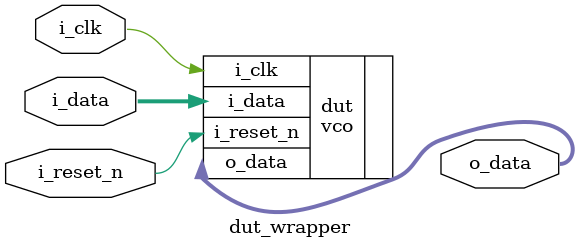
<source format=sv>
`timescale 1ps/1ps

module dut_wrapper(
    input wire i_clk,
    input wire i_reset_n,
    input wire [7:0] i_data,
    output wire [7:0] o_data
);

vco dut (
    .i_clk(i_clk),
    .i_reset_n(i_reset_n),
    .i_data(i_data),
    .o_data(o_data)
);

endmodule
</source>
